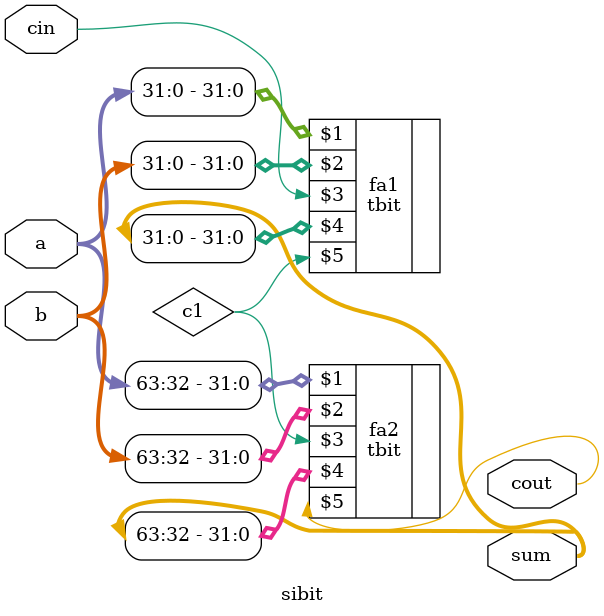
<source format=v>
`include "32bit.v"
module sibit(a,b,cin,sum,cout);
	output [63:0] sum;
	output cout;
	input [63:0] a,b;
	input cin;
	wire c1,c2,c3,c4;
	tbit fa1(a[31:0],b[31:0],cin,sum[31:0],c1);
	tbit fa2(a[63:32],b[63:32],c1,sum[63:32],cout);
	
endmodule
</source>
